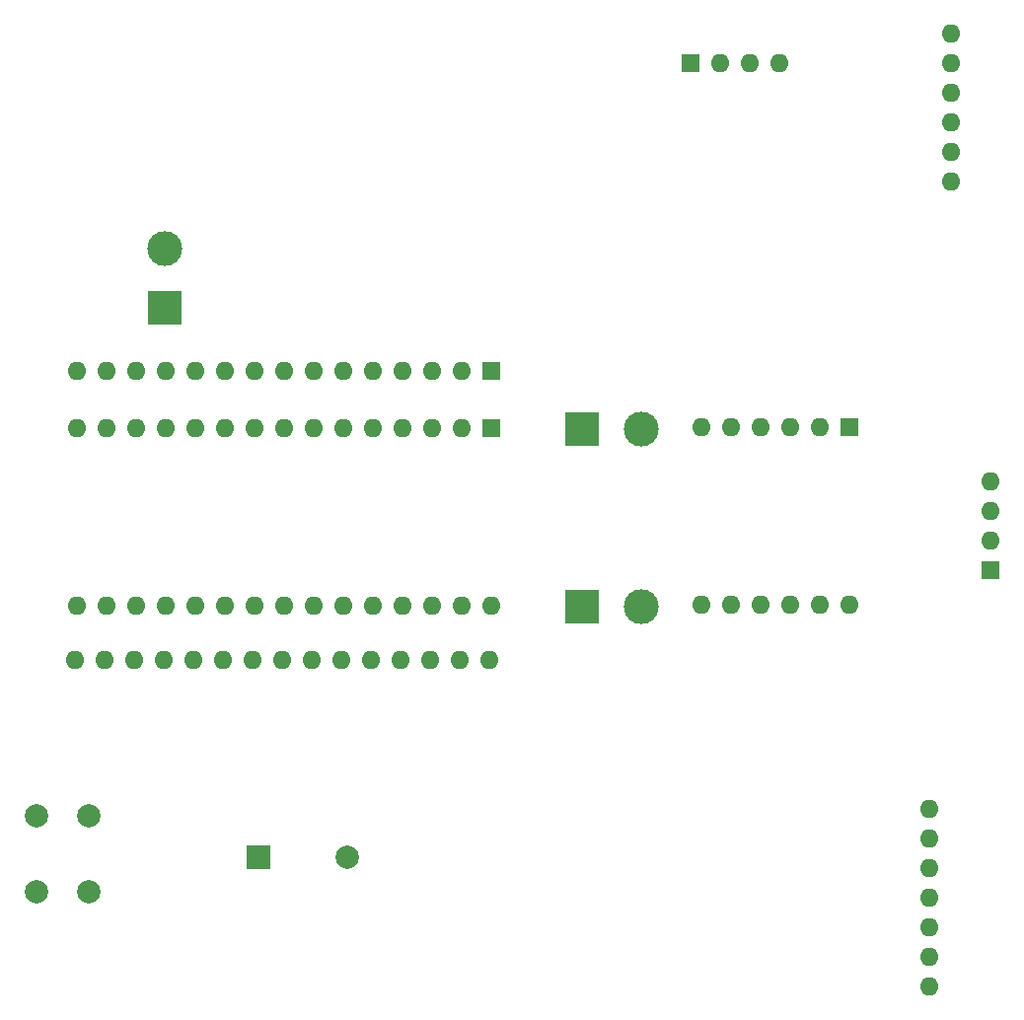
<source format=gbr>
%TF.GenerationSoftware,KiCad,Pcbnew,9.0.2*%
%TF.CreationDate,2025-06-10T12:02:56+02:00*%
%TF.ProjectId,FrenGP_robot,4672656e-4750-45f7-926f-626f742e6b69,rev?*%
%TF.SameCoordinates,Original*%
%TF.FileFunction,Soldermask,Bot*%
%TF.FilePolarity,Negative*%
%FSLAX46Y46*%
G04 Gerber Fmt 4.6, Leading zero omitted, Abs format (unit mm)*
G04 Created by KiCad (PCBNEW 9.0.2) date 2025-06-10 12:02:56*
%MOMM*%
%LPD*%
G01*
G04 APERTURE LIST*
%ADD10O,1.600000X1.600000*%
%ADD11C,2.000000*%
%ADD12R,1.600000X1.600000*%
%ADD13R,3.000000X3.000000*%
%ADD14C,3.000000*%
%ADD15R,2.000000X2.000000*%
G04 APERTURE END LIST*
D10*
%TO.C,U3*%
X111196000Y-39199000D03*
X111196000Y-36659000D03*
X111196000Y-34119000D03*
X111196000Y-31579000D03*
X111196000Y-29039000D03*
X111196000Y-26499000D03*
%TD*%
D11*
%TO.C,SW1*%
X32654700Y-100117800D03*
X32654700Y-93617800D03*
X37154700Y-100117800D03*
X37154700Y-93617800D03*
%TD*%
D12*
%TO.C,U5*%
X114574700Y-72573800D03*
D10*
X114574700Y-70033800D03*
X114574700Y-67493800D03*
X114574700Y-64953800D03*
%TD*%
D12*
%TO.C,U4*%
X88817900Y-29000000D03*
D10*
X91357900Y-29000000D03*
X93897900Y-29000000D03*
X96437900Y-29000000D03*
%TD*%
%TO.C,U1*%
X109321600Y-108280200D03*
X109321600Y-105740200D03*
X109321600Y-103200200D03*
X109321600Y-100660200D03*
X109321600Y-98120200D03*
X109321600Y-95580200D03*
X109321600Y-93014200D03*
%TD*%
D12*
%TO.C,A1*%
X71704700Y-55422800D03*
X71704700Y-60375800D03*
D10*
X69164700Y-55422800D03*
X69164700Y-60375800D03*
X66624700Y-55422800D03*
X66624700Y-60375800D03*
X64084700Y-55422800D03*
X64084700Y-60375800D03*
X61544700Y-55422800D03*
X61544700Y-60375800D03*
X59004700Y-55422800D03*
X59004700Y-60375800D03*
X56464700Y-55422800D03*
X56464700Y-60375800D03*
X53924700Y-55422800D03*
X53924700Y-60375800D03*
X51384700Y-55422800D03*
X51384700Y-60375800D03*
X48844700Y-55422800D03*
X48844700Y-60375800D03*
X46304700Y-55422800D03*
X46304700Y-60375800D03*
X43764700Y-55422800D03*
X43764700Y-60375800D03*
X41224700Y-55422800D03*
X41224700Y-60375800D03*
X38684700Y-55422800D03*
X38684700Y-60375800D03*
X36144700Y-55422800D03*
X36144700Y-60375800D03*
X36144700Y-75615800D03*
X36017700Y-80249800D03*
X38684700Y-75615800D03*
X38557700Y-80249800D03*
X41224700Y-75615800D03*
X41097700Y-80249800D03*
X43764700Y-75615800D03*
X43637700Y-80249800D03*
X46304700Y-75615800D03*
X46177700Y-80249800D03*
X48844700Y-75615800D03*
X48717700Y-80249800D03*
X51384700Y-75615800D03*
X51257700Y-80249800D03*
X53924700Y-75615800D03*
X53797700Y-80249800D03*
X56464700Y-75615800D03*
X56337700Y-80249800D03*
X59004700Y-75615800D03*
X58877700Y-80249800D03*
X61544700Y-75615800D03*
X61417700Y-80249800D03*
X64084700Y-75615800D03*
X63957700Y-80249800D03*
X66624700Y-75615800D03*
X66497700Y-80249800D03*
X69164700Y-75615800D03*
X69037700Y-80249800D03*
X71704700Y-75615800D03*
X71577700Y-80249800D03*
%TD*%
D12*
%TO.C,U2*%
X102489000Y-60252000D03*
D10*
X99949000Y-60252000D03*
X97409000Y-60252000D03*
X94869000Y-60252000D03*
X92329000Y-60252000D03*
X89789000Y-60252000D03*
X89789000Y-75492000D03*
X92329000Y-75492000D03*
X94869000Y-75492000D03*
X97409000Y-75492000D03*
X99949000Y-75492000D03*
X102489000Y-75492000D03*
%TD*%
D13*
%TO.C,J1*%
X43738800Y-50038000D03*
D14*
X43738800Y-44958000D03*
%TD*%
D15*
%TO.C,BZ1*%
X51782016Y-97231200D03*
D11*
X59382016Y-97231200D03*
%TD*%
D13*
%TO.C,J2*%
X79476600Y-75720600D03*
D14*
X84556600Y-75720600D03*
%TD*%
D13*
%TO.C,J3*%
X79552800Y-60480600D03*
D14*
X84632800Y-60480600D03*
%TD*%
M02*

</source>
